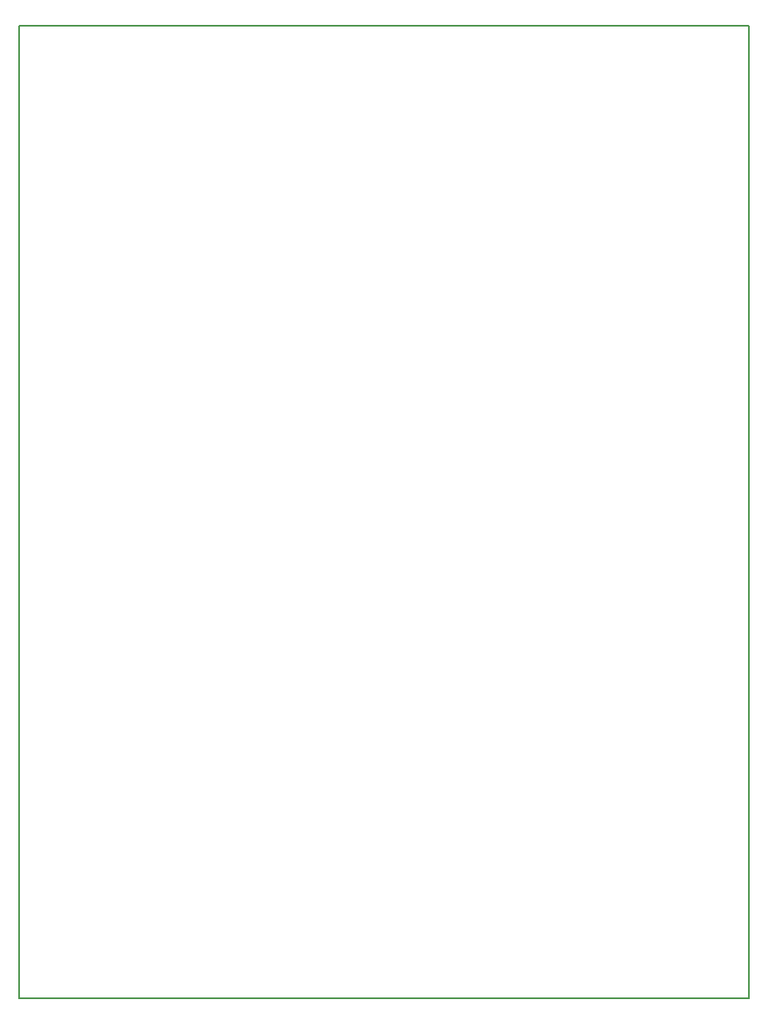
<source format=gbr>
%TF.GenerationSoftware,KiCad,Pcbnew,9.0.6*%
%TF.CreationDate,2025-12-08T11:04:57+13:00*%
%TF.ProjectId,hacropad,68616372-6f70-4616-942e-6b696361645f,rev?*%
%TF.SameCoordinates,Original*%
%TF.FileFunction,Profile,NP*%
%FSLAX46Y46*%
G04 Gerber Fmt 4.6, Leading zero omitted, Abs format (unit mm)*
G04 Created by KiCad (PCBNEW 9.0.6) date 2025-12-08 11:04:57*
%MOMM*%
%LPD*%
G01*
G04 APERTURE LIST*
%TA.AperFunction,Profile*%
%ADD10C,0.200000*%
%TD*%
G04 APERTURE END LIST*
D10*
X111530000Y-23580000D02*
X185930000Y-23580000D01*
X185930000Y-122800000D01*
X111530000Y-122800000D01*
X111530000Y-23580000D01*
M02*

</source>
